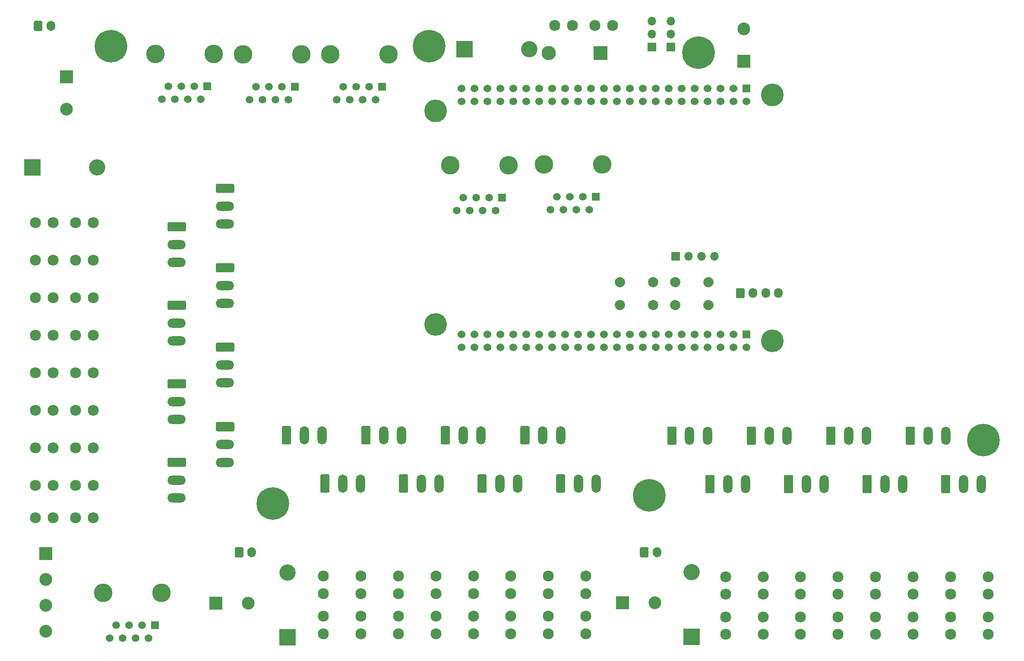
<source format=gbr>
%TF.GenerationSoftware,KiCad,Pcbnew,(5.1.9)-1*%
%TF.CreationDate,2021-02-13T21:43:23+00:00*%
%TF.ProjectId,T24_5_2-BBB,5432345f-355f-4322-9d42-42422e6b6963,rev?*%
%TF.SameCoordinates,Original*%
%TF.FileFunction,Soldermask,Bot*%
%TF.FilePolarity,Negative*%
%FSLAX46Y46*%
G04 Gerber Fmt 4.6, Leading zero omitted, Abs format (unit mm)*
G04 Created by KiCad (PCBNEW (5.1.9)-1) date 2021-02-13 21:43:23*
%MOMM*%
%LPD*%
G01*
G04 APERTURE LIST*
%ADD10O,1.700000X1.700000*%
%ADD11R,1.700000X1.700000*%
%ADD12O,3.200000X3.200000*%
%ADD13R,3.200000X3.200000*%
%ADD14O,2.800000X2.800000*%
%ADD15R,2.800000X2.800000*%
%ADD16C,3.650000*%
%ADD17R,1.500000X1.500000*%
%ADD18C,1.500000*%
%ADD19C,2.500000*%
%ADD20R,2.500000X2.500000*%
%ADD21C,1.524000*%
%ADD22R,1.524000X1.524000*%
%ADD23C,4.445000*%
%ADD24O,1.800000X3.600000*%
%ADD25O,3.600000X1.800000*%
%ADD26C,2.159000*%
%ADD27O,1.700000X2.000000*%
%ADD28C,6.400000*%
%ADD29C,3.600000*%
%ADD30C,2.000000*%
%ADD31O,1.700000X1.950000*%
G04 APERTURE END LIST*
D10*
%TO.C,Buck*%
X182300000Y-30200000D03*
X182300000Y-32740000D03*
D11*
X182300000Y-35280000D03*
%TD*%
D10*
%TO.C,J30*%
X186000000Y-30200000D03*
X186000000Y-32740000D03*
D11*
X186000000Y-35280000D03*
%TD*%
D12*
%TO.C,D33*%
X158274000Y-35694000D03*
D13*
X145574000Y-35694000D03*
%TD*%
D14*
%TO.C,D8*%
X162084000Y-36456000D03*
D15*
X172244000Y-36456000D03*
%TD*%
D12*
%TO.C,D7*%
X190117400Y-138324000D03*
D13*
X190117400Y-151024000D03*
%TD*%
D12*
%TO.C,D6*%
X110802400Y-138400000D03*
D13*
X110802400Y-151100000D03*
%TD*%
D12*
%TO.C,D5*%
X73529299Y-58965000D03*
D13*
X60829299Y-58965000D03*
%TD*%
D16*
%TO.C,J38*%
X119225000Y-36710000D03*
X130655000Y-36710000D03*
D17*
X129385000Y-43060000D03*
D18*
X128115000Y-45600000D03*
X126845000Y-43060000D03*
X125575000Y-45600000D03*
X124305000Y-43060000D03*
X123035000Y-45600000D03*
X121765000Y-43060000D03*
X120495000Y-45600000D03*
%TD*%
D19*
%TO.C,J28*%
X200330000Y-31740000D03*
D20*
X200330000Y-38090000D03*
%TD*%
D21*
%TO.C,U11*%
X144955000Y-45940000D03*
X144955000Y-43400000D03*
X147495000Y-45940000D03*
X147495000Y-43400000D03*
X150035000Y-45940000D03*
X150035000Y-43400000D03*
X152575000Y-45940000D03*
X152575000Y-43400000D03*
X155115000Y-45940000D03*
X155115000Y-43400000D03*
X157655000Y-45940000D03*
X157655000Y-43400000D03*
X160195000Y-45940000D03*
X160195000Y-43400000D03*
X162735000Y-45940000D03*
X162735000Y-43400000D03*
X165275000Y-45940000D03*
X165275000Y-43400000D03*
X167815000Y-45940000D03*
X167815000Y-43400000D03*
X170355000Y-45940000D03*
X170355000Y-43400000D03*
X172895000Y-45940000D03*
X172895000Y-43400000D03*
X175435000Y-45940000D03*
X175435000Y-43400000D03*
X177975000Y-45940000D03*
X177975000Y-43400000D03*
X180515000Y-45940000D03*
X180515000Y-43400000D03*
X183055000Y-45940000D03*
X183055000Y-43400000D03*
X185595000Y-45940000D03*
X185595000Y-43400000D03*
X188135000Y-45940000D03*
X188135000Y-43400000D03*
X190675000Y-45940000D03*
X190675000Y-43400000D03*
X193215000Y-45940000D03*
X193215000Y-43400000D03*
X195755000Y-45940000D03*
X195755000Y-43400000D03*
X198295000Y-45940000D03*
X198295000Y-43400000D03*
X200835000Y-45940000D03*
D22*
X200835000Y-43400000D03*
D21*
X144955000Y-94200000D03*
X144955000Y-91660000D03*
X147495000Y-94200000D03*
X147495000Y-91660000D03*
X150035000Y-94200000D03*
X150035000Y-91660000D03*
X152575000Y-94200000D03*
X152575000Y-91660000D03*
X155115000Y-94200000D03*
X155115000Y-91660000D03*
X157655000Y-94200000D03*
X157655000Y-91660000D03*
X160195000Y-94200000D03*
X160195000Y-91660000D03*
X162735000Y-94200000D03*
X162735000Y-91660000D03*
X165275000Y-94200000D03*
X165275000Y-91660000D03*
X167815000Y-94200000D03*
X167815000Y-91660000D03*
X170355000Y-94200000D03*
X170355000Y-91660000D03*
X172895000Y-94200000D03*
X172895000Y-91660000D03*
X175435000Y-94200000D03*
X175435000Y-91660000D03*
X177975000Y-94200000D03*
X177975000Y-91660000D03*
X180515000Y-94200000D03*
X180515000Y-91660000D03*
X183055000Y-94200000D03*
X183055000Y-91660000D03*
X185595000Y-94200000D03*
X185595000Y-91660000D03*
X188135000Y-94200000D03*
X188135000Y-91660000D03*
X190675000Y-94200000D03*
X190675000Y-91660000D03*
X193215000Y-94200000D03*
X193215000Y-91660000D03*
X195755000Y-94200000D03*
X195755000Y-91660000D03*
X198295000Y-94200000D03*
X198295000Y-91660000D03*
X200835000Y-94200000D03*
D23*
X139875000Y-89755000D03*
X139875000Y-47845000D03*
X205915000Y-92930000D03*
X205915000Y-44670000D03*
D22*
X200835000Y-91660000D03*
%TD*%
D16*
%TO.C,J40*%
X74679500Y-142430000D03*
X86109500Y-142430000D03*
D17*
X84839500Y-148780000D03*
D18*
X83569500Y-151320000D03*
X82299500Y-148780000D03*
X81029500Y-151320000D03*
X79759500Y-148780000D03*
X78489500Y-151320000D03*
X77219500Y-148780000D03*
X75949500Y-151320000D03*
%TD*%
D16*
%TO.C,J37*%
X102075000Y-36710000D03*
X113505000Y-36710000D03*
D17*
X112235000Y-43060000D03*
D18*
X110965000Y-45600000D03*
X109695000Y-43060000D03*
X108425000Y-45600000D03*
X107155000Y-43060000D03*
X105885000Y-45600000D03*
X104615000Y-43060000D03*
X103345000Y-45600000D03*
%TD*%
D16*
%TO.C,J36*%
X84900000Y-36685000D03*
X96330000Y-36685000D03*
D17*
X95060000Y-43035000D03*
D18*
X93790000Y-45575000D03*
X92520000Y-43035000D03*
X91250000Y-45575000D03*
X89980000Y-43035000D03*
X88710000Y-45575000D03*
X87440000Y-43035000D03*
X86170000Y-45575000D03*
%TD*%
D16*
%TO.C,J35*%
X161140000Y-58380000D03*
X172570000Y-58380000D03*
D17*
X171300000Y-64730000D03*
D18*
X170030000Y-67270000D03*
X168760000Y-64730000D03*
X167490000Y-67270000D03*
X166220000Y-64730000D03*
X164950000Y-67270000D03*
X163680000Y-64730000D03*
X162410000Y-67270000D03*
%TD*%
D16*
%TO.C,J34*%
X142720000Y-58480000D03*
X154150000Y-58480000D03*
D17*
X152880000Y-64830000D03*
D18*
X151610000Y-67370000D03*
X150340000Y-64830000D03*
X149070000Y-67370000D03*
X147800000Y-64830000D03*
X146530000Y-67370000D03*
X145260000Y-64830000D03*
X143990000Y-67370000D03*
%TD*%
D19*
%TO.C,J27*%
X182850000Y-144374000D03*
D20*
X176500000Y-144374000D03*
%TD*%
D19*
%TO.C,J26*%
X67479299Y-47500000D03*
D20*
X67479299Y-41150000D03*
%TD*%
D19*
%TO.C,J25*%
X103110000Y-144450000D03*
D20*
X96760000Y-144450000D03*
%TD*%
D24*
%TO.C,J24*%
X246905000Y-121060000D03*
X243405000Y-121060000D03*
G36*
G01*
X239005000Y-122610000D02*
X239005000Y-119510000D01*
G75*
G02*
X239255000Y-119260000I250000J0D01*
G01*
X240555000Y-119260000D01*
G75*
G02*
X240805000Y-119510000I0J-250000D01*
G01*
X240805000Y-122610000D01*
G75*
G02*
X240555000Y-122860000I-250000J0D01*
G01*
X239255000Y-122860000D01*
G75*
G02*
X239005000Y-122610000I0J250000D01*
G01*
G37*
%TD*%
%TO.C,J23*%
X239975000Y-111585000D03*
X236475000Y-111585000D03*
G36*
G01*
X232075000Y-113135000D02*
X232075000Y-110035000D01*
G75*
G02*
X232325000Y-109785000I250000J0D01*
G01*
X233625000Y-109785000D01*
G75*
G02*
X233875000Y-110035000I0J-250000D01*
G01*
X233875000Y-113135000D01*
G75*
G02*
X233625000Y-113385000I-250000J0D01*
G01*
X232325000Y-113385000D01*
G75*
G02*
X232075000Y-113135000I0J250000D01*
G01*
G37*
%TD*%
%TO.C,J22*%
X231496666Y-121060000D03*
X227996666Y-121060000D03*
G36*
G01*
X223596666Y-122610000D02*
X223596666Y-119510000D01*
G75*
G02*
X223846666Y-119260000I250000J0D01*
G01*
X225146666Y-119260000D01*
G75*
G02*
X225396666Y-119510000I0J-250000D01*
G01*
X225396666Y-122610000D01*
G75*
G02*
X225146666Y-122860000I-250000J0D01*
G01*
X223846666Y-122860000D01*
G75*
G02*
X223596666Y-122610000I0J250000D01*
G01*
G37*
%TD*%
%TO.C,J21*%
X224383332Y-111585000D03*
X220883332Y-111585000D03*
G36*
G01*
X216483332Y-113135000D02*
X216483332Y-110035000D01*
G75*
G02*
X216733332Y-109785000I250000J0D01*
G01*
X218033332Y-109785000D01*
G75*
G02*
X218283332Y-110035000I0J-250000D01*
G01*
X218283332Y-113135000D01*
G75*
G02*
X218033332Y-113385000I-250000J0D01*
G01*
X216733332Y-113385000D01*
G75*
G02*
X216483332Y-113135000I0J250000D01*
G01*
G37*
%TD*%
%TO.C,J20*%
X216088333Y-121060000D03*
X212588333Y-121060000D03*
G36*
G01*
X208188333Y-122610000D02*
X208188333Y-119510000D01*
G75*
G02*
X208438333Y-119260000I250000J0D01*
G01*
X209738333Y-119260000D01*
G75*
G02*
X209988333Y-119510000I0J-250000D01*
G01*
X209988333Y-122610000D01*
G75*
G02*
X209738333Y-122860000I-250000J0D01*
G01*
X208438333Y-122860000D01*
G75*
G02*
X208188333Y-122610000I0J250000D01*
G01*
G37*
%TD*%
%TO.C,J19*%
X208791666Y-111585000D03*
X205291666Y-111585000D03*
G36*
G01*
X200891666Y-113135000D02*
X200891666Y-110035000D01*
G75*
G02*
X201141666Y-109785000I250000J0D01*
G01*
X202441666Y-109785000D01*
G75*
G02*
X202691666Y-110035000I0J-250000D01*
G01*
X202691666Y-113135000D01*
G75*
G02*
X202441666Y-113385000I-250000J0D01*
G01*
X201141666Y-113385000D01*
G75*
G02*
X200891666Y-113135000I0J250000D01*
G01*
G37*
%TD*%
%TO.C,J18*%
X200680000Y-121060000D03*
X197180000Y-121060000D03*
G36*
G01*
X192780000Y-122610000D02*
X192780000Y-119510000D01*
G75*
G02*
X193030000Y-119260000I250000J0D01*
G01*
X194330000Y-119260000D01*
G75*
G02*
X194580000Y-119510000I0J-250000D01*
G01*
X194580000Y-122610000D01*
G75*
G02*
X194330000Y-122860000I-250000J0D01*
G01*
X193030000Y-122860000D01*
G75*
G02*
X192780000Y-122610000I0J250000D01*
G01*
G37*
%TD*%
%TO.C,J17*%
X193200000Y-111585000D03*
X189700000Y-111585000D03*
G36*
G01*
X185300000Y-113135000D02*
X185300000Y-110035000D01*
G75*
G02*
X185550000Y-109785000I250000J0D01*
G01*
X186850000Y-109785000D01*
G75*
G02*
X187100000Y-110035000I0J-250000D01*
G01*
X187100000Y-113135000D01*
G75*
G02*
X186850000Y-113385000I-250000J0D01*
G01*
X185550000Y-113385000D01*
G75*
G02*
X185300000Y-113135000I0J250000D01*
G01*
G37*
%TD*%
%TO.C,J16*%
X171395000Y-120960000D03*
X167895000Y-120960000D03*
G36*
G01*
X163495000Y-122510000D02*
X163495000Y-119410000D01*
G75*
G02*
X163745000Y-119160000I250000J0D01*
G01*
X165045000Y-119160000D01*
G75*
G02*
X165295000Y-119410000I0J-250000D01*
G01*
X165295000Y-122510000D01*
G75*
G02*
X165045000Y-122760000I-250000J0D01*
G01*
X163745000Y-122760000D01*
G75*
G02*
X163495000Y-122510000I0J250000D01*
G01*
G37*
%TD*%
%TO.C,J15*%
X164395000Y-111485000D03*
X160895000Y-111485000D03*
G36*
G01*
X156495000Y-113035000D02*
X156495000Y-109935000D01*
G75*
G02*
X156745000Y-109685000I250000J0D01*
G01*
X158045000Y-109685000D01*
G75*
G02*
X158295000Y-109935000I0J-250000D01*
G01*
X158295000Y-113035000D01*
G75*
G02*
X158045000Y-113285000I-250000J0D01*
G01*
X156745000Y-113285000D01*
G75*
G02*
X156495000Y-113035000I0J250000D01*
G01*
G37*
%TD*%
%TO.C,J14*%
X155986666Y-120960000D03*
X152486666Y-120960000D03*
G36*
G01*
X148086666Y-122510000D02*
X148086666Y-119410000D01*
G75*
G02*
X148336666Y-119160000I250000J0D01*
G01*
X149636666Y-119160000D01*
G75*
G02*
X149886666Y-119410000I0J-250000D01*
G01*
X149886666Y-122510000D01*
G75*
G02*
X149636666Y-122760000I-250000J0D01*
G01*
X148336666Y-122760000D01*
G75*
G02*
X148086666Y-122510000I0J250000D01*
G01*
G37*
%TD*%
%TO.C,J13*%
X148783332Y-111485000D03*
X145283332Y-111485000D03*
G36*
G01*
X140883332Y-113035000D02*
X140883332Y-109935000D01*
G75*
G02*
X141133332Y-109685000I250000J0D01*
G01*
X142433332Y-109685000D01*
G75*
G02*
X142683332Y-109935000I0J-250000D01*
G01*
X142683332Y-113035000D01*
G75*
G02*
X142433332Y-113285000I-250000J0D01*
G01*
X141133332Y-113285000D01*
G75*
G02*
X140883332Y-113035000I0J250000D01*
G01*
G37*
%TD*%
%TO.C,J12*%
X140578333Y-120960000D03*
X137078333Y-120960000D03*
G36*
G01*
X132678333Y-122510000D02*
X132678333Y-119410000D01*
G75*
G02*
X132928333Y-119160000I250000J0D01*
G01*
X134228333Y-119160000D01*
G75*
G02*
X134478333Y-119410000I0J-250000D01*
G01*
X134478333Y-122510000D01*
G75*
G02*
X134228333Y-122760000I-250000J0D01*
G01*
X132928333Y-122760000D01*
G75*
G02*
X132678333Y-122510000I0J250000D01*
G01*
G37*
%TD*%
%TO.C,J11*%
X133211666Y-111485000D03*
X129711666Y-111485000D03*
G36*
G01*
X125311666Y-113035000D02*
X125311666Y-109935000D01*
G75*
G02*
X125561666Y-109685000I250000J0D01*
G01*
X126861666Y-109685000D01*
G75*
G02*
X127111666Y-109935000I0J-250000D01*
G01*
X127111666Y-113035000D01*
G75*
G02*
X126861666Y-113285000I-250000J0D01*
G01*
X125561666Y-113285000D01*
G75*
G02*
X125311666Y-113035000I0J250000D01*
G01*
G37*
%TD*%
%TO.C,J10*%
X125170000Y-120960000D03*
X121670000Y-120960000D03*
G36*
G01*
X117270000Y-122510000D02*
X117270000Y-119410000D01*
G75*
G02*
X117520000Y-119160000I250000J0D01*
G01*
X118820000Y-119160000D01*
G75*
G02*
X119070000Y-119410000I0J-250000D01*
G01*
X119070000Y-122510000D01*
G75*
G02*
X118820000Y-122760000I-250000J0D01*
G01*
X117520000Y-122760000D01*
G75*
G02*
X117270000Y-122510000I0J250000D01*
G01*
G37*
%TD*%
%TO.C,J9*%
X117620000Y-111485000D03*
X114120000Y-111485000D03*
G36*
G01*
X109720000Y-113035000D02*
X109720000Y-109935000D01*
G75*
G02*
X109970000Y-109685000I250000J0D01*
G01*
X111270000Y-109685000D01*
G75*
G02*
X111520000Y-109935000I0J-250000D01*
G01*
X111520000Y-113035000D01*
G75*
G02*
X111270000Y-113285000I-250000J0D01*
G01*
X109970000Y-113285000D01*
G75*
G02*
X109720000Y-113035000I0J250000D01*
G01*
G37*
%TD*%
D25*
%TO.C,J8*%
X89110000Y-123805000D03*
X89110000Y-120305000D03*
G36*
G01*
X87560000Y-115905000D02*
X90660000Y-115905000D01*
G75*
G02*
X90910000Y-116155000I0J-250000D01*
G01*
X90910000Y-117455000D01*
G75*
G02*
X90660000Y-117705000I-250000J0D01*
G01*
X87560000Y-117705000D01*
G75*
G02*
X87310000Y-117455000I0J250000D01*
G01*
X87310000Y-116155000D01*
G75*
G02*
X87560000Y-115905000I250000J0D01*
G01*
G37*
%TD*%
%TO.C,J7*%
X98585000Y-116805000D03*
X98585000Y-113305000D03*
G36*
G01*
X97035000Y-108905000D02*
X100135000Y-108905000D01*
G75*
G02*
X100385000Y-109155000I0J-250000D01*
G01*
X100385000Y-110455000D01*
G75*
G02*
X100135000Y-110705000I-250000J0D01*
G01*
X97035000Y-110705000D01*
G75*
G02*
X96785000Y-110455000I0J250000D01*
G01*
X96785000Y-109155000D01*
G75*
G02*
X97035000Y-108905000I250000J0D01*
G01*
G37*
%TD*%
%TO.C,J6*%
X89110000Y-108396666D03*
X89110000Y-104896666D03*
G36*
G01*
X87560000Y-100496666D02*
X90660000Y-100496666D01*
G75*
G02*
X90910000Y-100746666I0J-250000D01*
G01*
X90910000Y-102046666D01*
G75*
G02*
X90660000Y-102296666I-250000J0D01*
G01*
X87560000Y-102296666D01*
G75*
G02*
X87310000Y-102046666I0J250000D01*
G01*
X87310000Y-100746666D01*
G75*
G02*
X87560000Y-100496666I250000J0D01*
G01*
G37*
%TD*%
%TO.C,J5*%
X98585000Y-101213332D03*
X98585000Y-97713332D03*
G36*
G01*
X97035000Y-93313332D02*
X100135000Y-93313332D01*
G75*
G02*
X100385000Y-93563332I0J-250000D01*
G01*
X100385000Y-94863332D01*
G75*
G02*
X100135000Y-95113332I-250000J0D01*
G01*
X97035000Y-95113332D01*
G75*
G02*
X96785000Y-94863332I0J250000D01*
G01*
X96785000Y-93563332D01*
G75*
G02*
X97035000Y-93313332I250000J0D01*
G01*
G37*
%TD*%
%TO.C,J4*%
X89110000Y-92988333D03*
X89110000Y-89488333D03*
G36*
G01*
X87560000Y-85088333D02*
X90660000Y-85088333D01*
G75*
G02*
X90910000Y-85338333I0J-250000D01*
G01*
X90910000Y-86638333D01*
G75*
G02*
X90660000Y-86888333I-250000J0D01*
G01*
X87560000Y-86888333D01*
G75*
G02*
X87310000Y-86638333I0J250000D01*
G01*
X87310000Y-85338333D01*
G75*
G02*
X87560000Y-85088333I250000J0D01*
G01*
G37*
%TD*%
%TO.C,J3*%
X98585000Y-85621666D03*
X98585000Y-82121666D03*
G36*
G01*
X97035000Y-77721666D02*
X100135000Y-77721666D01*
G75*
G02*
X100385000Y-77971666I0J-250000D01*
G01*
X100385000Y-79271666D01*
G75*
G02*
X100135000Y-79521666I-250000J0D01*
G01*
X97035000Y-79521666D01*
G75*
G02*
X96785000Y-79271666I0J250000D01*
G01*
X96785000Y-77971666D01*
G75*
G02*
X97035000Y-77721666I250000J0D01*
G01*
G37*
%TD*%
%TO.C,J2*%
X89110000Y-77580000D03*
X89110000Y-74080000D03*
G36*
G01*
X87560000Y-69680000D02*
X90660000Y-69680000D01*
G75*
G02*
X90910000Y-69930000I0J-250000D01*
G01*
X90910000Y-71230000D01*
G75*
G02*
X90660000Y-71480000I-250000J0D01*
G01*
X87560000Y-71480000D01*
G75*
G02*
X87310000Y-71230000I0J250000D01*
G01*
X87310000Y-69930000D01*
G75*
G02*
X87560000Y-69680000I250000J0D01*
G01*
G37*
%TD*%
%TO.C,J1*%
X98585000Y-70030000D03*
X98585000Y-66530000D03*
G36*
G01*
X97035000Y-62130000D02*
X100135000Y-62130000D01*
G75*
G02*
X100385000Y-62380000I0J-250000D01*
G01*
X100385000Y-63680000D01*
G75*
G02*
X100135000Y-63930000I-250000J0D01*
G01*
X97035000Y-63930000D01*
G75*
G02*
X96785000Y-63680000I0J250000D01*
G01*
X96785000Y-62380000D01*
G75*
G02*
X97035000Y-62130000I250000J0D01*
G01*
G37*
%TD*%
D26*
%TO.C,F24*%
X248259800Y-150525303D03*
X248259800Y-147119301D03*
X248259800Y-142649300D03*
X248259800Y-139243299D03*
%TD*%
%TO.C,F29*%
X72710003Y-127650000D03*
X69304001Y-127650000D03*
X64834000Y-127650000D03*
X61427999Y-127650000D03*
%TD*%
%TO.C,F7*%
X61427996Y-113944284D03*
X64833998Y-113944284D03*
X69303999Y-113944284D03*
X72710000Y-113944284D03*
%TD*%
%TO.C,F6*%
X61427996Y-106583570D03*
X64833998Y-106583570D03*
X69303999Y-106583570D03*
X72710000Y-106583570D03*
%TD*%
%TO.C,F5*%
X61427996Y-99222856D03*
X64833998Y-99222856D03*
X69303999Y-99222856D03*
X72710000Y-99222856D03*
%TD*%
%TO.C,F4*%
X61427996Y-91862142D03*
X64833998Y-91862142D03*
X69303999Y-91862142D03*
X72710000Y-91862142D03*
%TD*%
%TO.C,F3*%
X61427996Y-84501428D03*
X64833998Y-84501428D03*
X69303999Y-84501428D03*
X72710000Y-84501428D03*
%TD*%
%TO.C,F2*%
X61427996Y-77140714D03*
X64833998Y-77140714D03*
X69303999Y-77140714D03*
X72710000Y-77140714D03*
%TD*%
%TO.C,F8*%
X61427996Y-121305000D03*
X64833998Y-121305000D03*
X69303999Y-121305000D03*
X72710000Y-121305000D03*
%TD*%
%TO.C,F1*%
X61427996Y-69780000D03*
X64833998Y-69780000D03*
X69303999Y-69780000D03*
X72710000Y-69780000D03*
%TD*%
%TO.C,F28*%
X163277996Y-31090000D03*
X166683998Y-31090000D03*
X171153999Y-31090000D03*
X174560000Y-31090000D03*
%TD*%
%TO.C,F23*%
X240899084Y-150525303D03*
X240899084Y-147119301D03*
X240899084Y-142649300D03*
X240899084Y-139243299D03*
%TD*%
%TO.C,F22*%
X233538370Y-150525303D03*
X233538370Y-147119301D03*
X233538370Y-142649300D03*
X233538370Y-139243299D03*
%TD*%
%TO.C,F21*%
X226177656Y-150525303D03*
X226177656Y-147119301D03*
X226177656Y-142649300D03*
X226177656Y-139243299D03*
%TD*%
%TO.C,F20*%
X218816942Y-150525303D03*
X218816942Y-147119301D03*
X218816942Y-142649300D03*
X218816942Y-139243299D03*
%TD*%
%TO.C,F19*%
X211456228Y-150525303D03*
X211456228Y-147119301D03*
X211456228Y-142649300D03*
X211456228Y-139243299D03*
%TD*%
%TO.C,F18*%
X204095514Y-150525303D03*
X204095514Y-147119301D03*
X204095514Y-142649300D03*
X204095514Y-139243299D03*
%TD*%
%TO.C,F17*%
X196734800Y-150525303D03*
X196734800Y-147119301D03*
X196734800Y-142649300D03*
X196734800Y-139243299D03*
%TD*%
%TO.C,F16*%
X169369800Y-150425303D03*
X169369800Y-147019301D03*
X169369800Y-142549300D03*
X169369800Y-139143299D03*
%TD*%
%TO.C,F15*%
X162009086Y-150425303D03*
X162009086Y-147019301D03*
X162009086Y-142549300D03*
X162009086Y-139143299D03*
%TD*%
%TO.C,F14*%
X154648372Y-150425303D03*
X154648372Y-147019301D03*
X154648372Y-142549300D03*
X154648372Y-139143299D03*
%TD*%
%TO.C,F13*%
X147287658Y-150425303D03*
X147287658Y-147019301D03*
X147287658Y-142549300D03*
X147287658Y-139143299D03*
%TD*%
%TO.C,F12*%
X139926944Y-150425303D03*
X139926944Y-147019301D03*
X139926944Y-142549300D03*
X139926944Y-139143299D03*
%TD*%
%TO.C,F11*%
X132566230Y-150425303D03*
X132566230Y-147019301D03*
X132566230Y-142549300D03*
X132566230Y-139143299D03*
%TD*%
%TO.C,F10*%
X125205516Y-150425303D03*
X125205516Y-147019301D03*
X125205516Y-142549300D03*
X125205516Y-139143299D03*
%TD*%
%TO.C,F9*%
X117844800Y-150425303D03*
X117844800Y-147019301D03*
X117844800Y-142549300D03*
X117844800Y-139143299D03*
%TD*%
D27*
%TO.C,J31*%
X103840000Y-134460000D03*
G36*
G01*
X100490000Y-135210000D02*
X100490000Y-133710000D01*
G75*
G02*
X100740000Y-133460000I250000J0D01*
G01*
X101940000Y-133460000D01*
G75*
G02*
X102190000Y-133710000I0J-250000D01*
G01*
X102190000Y-135210000D01*
G75*
G02*
X101940000Y-135460000I-250000J0D01*
G01*
X100740000Y-135460000D01*
G75*
G02*
X100490000Y-135210000I0J250000D01*
G01*
G37*
%TD*%
D28*
%TO.C,H3*%
X76200000Y-35100000D03*
D29*
X76200000Y-35100000D03*
%TD*%
D19*
%TO.C,J41*%
X63444000Y-149910000D03*
X63444000Y-144830000D03*
X63444000Y-139750000D03*
D20*
X63444000Y-134670000D03*
%TD*%
D27*
%TO.C,J33*%
X64429299Y-31160000D03*
G36*
G01*
X61079299Y-31910000D02*
X61079299Y-30410000D01*
G75*
G02*
X61329299Y-30160000I250000J0D01*
G01*
X62529299Y-30160000D01*
G75*
G02*
X62779299Y-30410000I0J-250000D01*
G01*
X62779299Y-31910000D01*
G75*
G02*
X62529299Y-32160000I-250000J0D01*
G01*
X61329299Y-32160000D01*
G75*
G02*
X61079299Y-31910000I0J250000D01*
G01*
G37*
%TD*%
D28*
%TO.C,H5*%
X247320000Y-112460000D03*
D29*
X247320000Y-112460000D03*
%TD*%
D28*
%TO.C,H4*%
X107982000Y-124848000D03*
D29*
X107982000Y-124848000D03*
%TD*%
D28*
%TO.C,H2*%
X138580000Y-35160000D03*
D29*
X138580000Y-35160000D03*
%TD*%
%TO.C,H1*%
X191430000Y-36400000D03*
D28*
X191430000Y-36400000D03*
%TD*%
%TO.C,H6*%
X181800000Y-123310000D03*
D29*
X181800000Y-123310000D03*
%TD*%
D30*
%TO.C,SW3*%
X193380000Y-81454000D03*
X193380000Y-85954000D03*
X186880000Y-81454000D03*
X186880000Y-85954000D03*
%TD*%
%TO.C,SW2*%
X182564000Y-81454000D03*
X182564000Y-85954000D03*
X176064000Y-81454000D03*
X176064000Y-85954000D03*
%TD*%
D31*
%TO.C,J44*%
X207120000Y-83610000D03*
X204620000Y-83610000D03*
X202120000Y-83610000D03*
G36*
G01*
X198770000Y-84335000D02*
X198770000Y-82885000D01*
G75*
G02*
X199020000Y-82635000I250000J0D01*
G01*
X200220000Y-82635000D01*
G75*
G02*
X200470000Y-82885000I0J-250000D01*
G01*
X200470000Y-84335000D01*
G75*
G02*
X200220000Y-84585000I-250000J0D01*
G01*
X199020000Y-84585000D01*
G75*
G02*
X198770000Y-84335000I0J250000D01*
G01*
G37*
%TD*%
D27*
%TO.C,J32*%
X183300000Y-134460000D03*
G36*
G01*
X179950000Y-135210000D02*
X179950000Y-133710000D01*
G75*
G02*
X180200000Y-133460000I250000J0D01*
G01*
X181400000Y-133460000D01*
G75*
G02*
X181650000Y-133710000I0J-250000D01*
G01*
X181650000Y-135210000D01*
G75*
G02*
X181400000Y-135460000I-250000J0D01*
G01*
X180200000Y-135460000D01*
G75*
G02*
X179950000Y-135210000I0J250000D01*
G01*
G37*
%TD*%
D10*
%TO.C,J29*%
X194596000Y-76334000D03*
X192056000Y-76334000D03*
X189516000Y-76334000D03*
D11*
X186976000Y-76334000D03*
%TD*%
M02*

</source>
